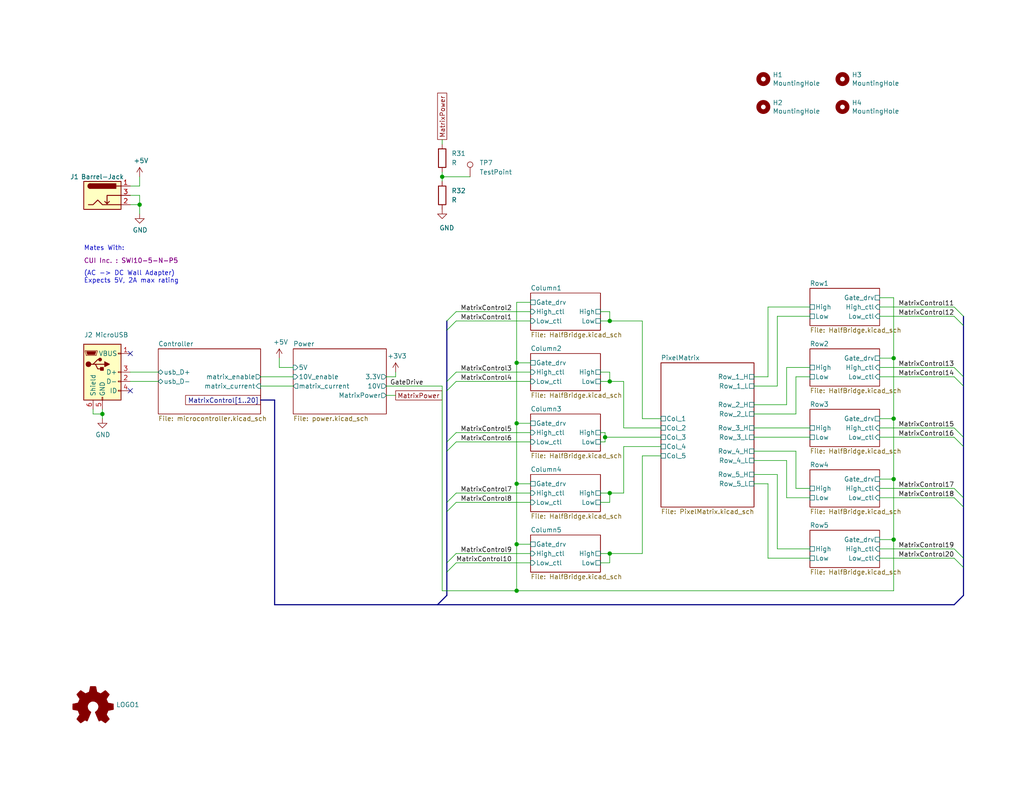
<source format=kicad_sch>
(kicad_sch (version 20201015) (generator eeschema)
  (page 1 14)
  (paper "A")
  (title_block (title "Flip Pixel Board") (date "2020-09-14") (rev "0.2"))
  (lib_symbols
    (symbol "Connector:TestPoint" (pin_numbers hide) (pin_names (offset 0.762) hide)
      (property "Reference" "TP" (at 0 6.858 0))
      (property "Value" "TestPoint" (at 0 5.08 0))
      (symbol "TestPoint_0_1"
        (circle (center 0 3.302) (radius 0.762))
      )
      (symbol "TestPoint_1_1"
        (pin passive line (at 0 0 90) (length 2.54) (name "1") (number "1"))
      )
    )
    (symbol "Custom-Symbols:Barrel-Jack" (pin_names (offset 1.016))
      (property "Reference" "J" (at 7.62 6.35 0))
      (property "Value" "Barrel-Jack" (at 0 6.35 0))
      (property "Mates With" "CUI Inc. : SWI10-5-N-P5" (at -2.54 21.59 0))
      (symbol "Barrel-Jack_1_1"
        (arc (start -3.302 3.175) (end -3.302 1.905) (radius (at -3.302 2.54) (length 0.635) (angles 90.1 -90.1)) (stroke (width 0.254)) (fill (type outline)))
        (arc (start -3.302 3.175) (end -3.302 1.905) (radius (at -3.302 2.54) (length 0.635) (angles 90.1 -90.1)) (stroke (width 0.254)))
        (rectangle (start -5.08 3.81) (end 5.08 -3.81) (stroke (width 0.254)) (fill (type background)))
        (rectangle (start 3.683 3.175) (end -3.302 1.905) (stroke (width 0.254)) (fill (type outline)))
        (polyline (pts (xy 1.27 -2.286) (xy 1.905 -1.651)) (stroke (width 0.254)))
        (polyline (pts (xy 5.08 2.54) (xy 3.81 2.54)) (stroke (width 0.254)))
        (polyline (pts (xy 5.08 0) (xy 1.27 0) (xy 1.27 -2.286) (xy 0.635 -1.651)) (stroke (width 0.254)))
        (polyline (pts (xy -3.81 -2.54) (xy -2.54 -2.54) (xy -1.27 -1.27) (xy 0 -2.54) (xy 2.54 -2.54) (xy 5.08 -2.54)) (stroke (width 0.254)))
        (pin passive line (at 7.62 2.54 180) (length 2.54) (name "~") (number "1"))
        (pin passive line (at 7.62 -2.54 180) (length 2.54) (name "~") (number "2"))
        (pin passive line (at 7.62 0 180) (length 2.54) (name "~") (number "3"))
      )
    )
    (symbol "Custom-Symbols:MicroUSB" (pin_names (offset 1.016))
      (property "Reference" "J" (at 5.08 11.43 0))
      (property "Value" "MicroUSB" (at -1.27 11.43 0))
      (symbol "MicroUSB_1_1"
        (circle (center -3.81 3.429) (radius 0.635) (stroke (width 0.254)) (fill (type outline)))
        (circle (center -0.635 4.699) (radius 0.381) (stroke (width 0.254)) (fill (type outline)))
        (rectangle (start -5.08 -6.35) (end 5.08 8.89) (stroke (width 0.254)) (fill (type background)))
        (rectangle (start -0.127 -6.35) (end 0.127 -5.588))
        (rectangle (start 0.254 2.54) (end -0.508 1.778) (stroke (width 0.254)) (fill (type outline)))
        (rectangle (start 5.08 -3.937) (end 4.318 -3.683))
        (rectangle (start 5.08 -1.397) (end 4.318 -1.143))
        (rectangle (start 5.08 1.143) (end 4.318 1.397))
        (rectangle (start 5.08 6.223) (end 4.318 6.477))
        (polyline (pts (xy -1.905 3.429) (xy 0.635 3.429)) (stroke (width 0.254)))
        (polyline (pts (xy -3.175 3.429) (xy -2.54 3.429) (xy -1.27 4.699) (xy -0.635 4.699)) (stroke (width 0.254)))
        (polyline (pts (xy -2.54 3.429) (xy -1.905 3.429) (xy -1.27 2.159) (xy 0 2.159)) (stroke (width 0.254)))
        (polyline (pts (xy 0.635 4.064) (xy 0.635 2.794) (xy 1.905 3.429) (xy 0.635 4.064)) (stroke (width 0.254)) (fill (type outline)))
        (polyline (pts (xy -4.318 6.858) (xy -1.778 6.858) (xy -2.032 6.096) (xy -4.064 6.096) (xy -4.318 6.858)) (fill (type outline)))
        (polyline (pts (xy -4.699 7.112) (xy -4.699 6.858) (xy -4.445 6.096) (xy -4.445 5.842) (xy -1.651 5.842) (xy -1.651 6.096) (xy -1.397 6.858) (xy -1.397 7.112) (xy -4.699 7.112)))
        (pin power_out line (at 7.62 6.35 180) (length 2.54) (name "VBUS") (number "1"))
        (pin passive line (at 7.62 -1.27 180) (length 2.54) (name "D-") (number "2"))
        (pin passive line (at 7.62 1.27 180) (length 2.54) (name "D+") (number "3"))
        (pin passive line (at 7.62 -3.81 180) (length 2.54) (name "ID") (number "4"))
        (pin power_out line (at 0 -8.89 90) (length 2.54) (name "GND") (number "5"))
        (pin passive line (at -2.54 -8.89 90) (length 2.54) (name "Shield") (number "6"))
      )
    )
    (symbol "Device:R" (pin_numbers hide) (pin_names (offset 0))
      (property "Reference" "R" (at 2.032 0 90))
      (property "Value" "R" (at 0 0 90))
      (symbol "R_0_1"
        (rectangle (start -1.016 -2.54) (end 1.016 2.54) (stroke (width 0.254)))
      )
      (symbol "R_1_1"
        (pin passive line (at 0 3.81 270) (length 1.27) (name "~") (number "1"))
        (pin passive line (at 0 -3.81 90) (length 1.27) (name "~") (number "2"))
      )
    )
    (symbol "Graphic:Logo_Open_Hardware_Small" (pin_names (offset 1.016))
      (symbol "Logo_Open_Hardware_Small_0_1"
        (polyline (pts (xy 3.3528 -4.3434) (xy 3.302 -4.318) (xy 3.175 -4.2418) (xy 2.9972 -4.1148) (xy 2.7686 -3.9624) (xy 2.54 -3.81) (xy 2.3622 -3.7084) (xy 2.2352 -3.6068) (xy 2.1844 -3.5814) (xy 2.159 -3.6068) (xy 2.0574 -3.6576) (xy 1.905 -3.7338) (xy 1.8034 -3.7846) (xy 1.6764 -3.8354) (xy 1.6002 -3.8354) (xy 1.6002 -3.8354) (xy 1.5494 -3.7338) (xy 1.4732 -3.5306) (xy 1.3462 -3.302) (xy 1.2446 -3.0226) (xy 1.1176 -2.7178) (xy 0.9652 -2.413) (xy 0.8636 -2.1082) (xy 0.7366 -1.8288) (xy 0.6604 -1.6256) (xy 0.6096 -1.4732) (xy 0.5842 -1.397) (xy 0.5842 -1.397) (xy 0.6604 -1.3208) (xy 0.7874 -1.2446) (xy 1.0414 -1.016) (xy 1.2954 -0.6858) (xy 1.4478 -0.3302) (xy 1.524 0.0762) (xy 1.4732 0.4572) (xy 1.3208 0.8128) (xy 1.0668 1.143) (xy 0.762 1.3716) (xy 0.4064 1.524) (xy 0 1.5748) (xy -0.381 1.5494) (xy -0.7366 1.397) (xy -1.0668 1.143) (xy -1.2192 0.9906) (xy -1.397 0.6604) (xy -1.524 0.3048) (xy -1.524 0.2286) (xy -1.4986 -0.1778) (xy -1.397 -0.5334) (xy -1.1938 -0.8636) (xy -0.9144 -1.143) (xy -0.8636 -1.1684) (xy -0.7366 -1.27) (xy -0.635 -1.3462) (xy -0.5842 -1.397) (xy -1.0668 -2.5908) (xy -1.143 -2.794) (xy -1.2954 -3.1242) (xy -1.397 -3.4036) (xy -1.4986 -3.6322) (xy -1.5748 -3.7846) (xy -1.6002 -3.8354) (xy -1.6002 -3.8354) (xy -1.651 -3.8354) (xy -1.7272 -3.81) (xy -1.905 -3.7338) (xy -2.0066 -3.683) (xy -2.1336 -3.6068) (xy -2.2098 -3.5814) (xy -2.2606 -3.6068) (xy -2.3622 -3.683) (xy -2.54 -3.81) (xy -2.7686 -3.9624) (xy -2.9718 -4.0894) (xy -3.1496 -4.2164) (xy -3.302 -4.318) (xy -3.3528 -4.3434) (xy -3.3782 -4.3434) (xy -3.429 -4.318) (xy -3.5306 -4.2164) (xy -3.7084 -4.064) (xy -3.937 -3.8354) (xy -3.9624 -3.81) (xy -4.1656 -3.6068) (xy -4.318 -3.4544) (xy -4.4196 -3.3274) (xy -4.445 -3.2766) (xy -4.445 -3.2766) (xy -4.4196 -3.2258) (xy -4.318 -3.0734) (xy -4.2164 -2.8956) (xy -4.064 -2.667) (xy -3.6576 -2.0828) (xy -3.8862 -1.5494) (xy -3.937 -1.3716) (xy -4.0386 -1.1684) (xy -4.0894 -1.0414) (xy -4.1148 -0.9652) (xy -4.191 -0.9398) (xy -4.318 -0.9144) (xy -4.5466 -0.8636) (xy -4.8006 -0.8128) (xy -5.0546 -0.7874) (xy -5.2578 -0.7366) (xy -5.4356 -0.7112) (xy -5.5118 -0.6858) (xy -5.5118 -0.6858) (xy -5.5372 -0.635) (xy -5.5372 -0.5588) (xy -5.5372 -0.4318) (xy -5.5626 -0.2286) (xy -5.5626 0.0762) (xy -5.5626 0.127) (xy -5.5372 0.4064) (xy -5.5372 0.635) (xy -5.5372 0.762) (xy -5.5372 0.8382) (xy -5.5372 0.8382) (xy -5.461 0.8382) (xy -5.3086 0.889) (xy -5.08 0.9144) (xy -4.826 0.9652) (xy -4.8006 0.9906) (xy -4.5466 1.0414) (xy -4.318 1.0668) (xy -4.1656 1.1176) (xy -4.0894 1.143) (xy -4.0894 1.143) (xy -4.0386 1.2446) (xy -3.9624 1.4224) (xy -3.8608 1.6256) (xy -3.7846 1.8288) (xy -3.7084 2.0066) (xy -3.6576 2.159) (xy -3.6322 2.2098) (xy -3.6322 2.2098) (xy -3.683 2.286) (xy -3.7592 2.413) (xy -3.8862 2.5908) (xy -4.064 2.8194) (xy -4.064 2.8448) (xy -4.2164 3.0734) (xy -4.3434 3.2512) (xy -4.4196 3.3782) (xy -4.445 3.4544) (xy -4.445 3.4544) (xy -4.3942 3.5052) (xy -4.2926 3.6322) (xy -4.1148 3.81) (xy -3.937 4.0132) (xy -3.8608 4.064) (xy -3.6576 4.2926) (xy -3.5052 4.4196) (xy -3.4036 4.4958) (xy -3.3528 4.5212) (xy -3.3528 4.5212) (xy -3.302 4.4704) (xy -3.1496 4.3688) (xy -2.9718 4.2418) (xy -2.7432 4.0894) (xy -2.7178 4.0894) (xy -2.4892 3.937) (xy -2.3114 3.81) (xy -2.1844 3.7084) (xy -2.1336 3.683) (xy -2.1082 3.683) (xy -2.032 3.7084) (xy -1.8542 3.7592) (xy -1.6764 3.8354) (xy -1.4732 3.937) (xy -1.27 4.0132) (xy -1.143 4.064) (xy -1.0668 4.1148) (xy -1.0668 4.1148) (xy -1.0414 4.191) (xy -1.016 4.3434) (xy -0.9652 4.572) (xy -0.9144 4.8514) (xy -0.889 4.9022) (xy -0.8382 5.1562) (xy -0.8128 5.3848) (xy -0.7874 5.5372) (xy -0.762 5.588) (xy -0.7112 5.6134) (xy -0.5842 5.6134) (xy -0.4064 5.6134) (xy -0.1524 5.6134) (xy 0.0762 5.6134) (xy 0.3302 5.6134) (xy 0.5334 5.6134) (xy 0.6858 5.588) (xy 0.7366 5.588) (xy 0.7366 5.588) (xy 0.762 5.5118) (xy 0.8128 5.334) (xy 0.8382 5.1054) (xy 0.9144 4.826) (xy 0.9144 4.7752) (xy 0.9652 4.5212) (xy 1.016 4.2926) (xy 1.0414 4.1402) (xy 1.0668 4.0894) (xy 1.0668 4.0894) (xy 1.1938 4.0386) (xy 1.3716 3.9624) (xy 1.5748 3.8608) (xy 2.0828 3.6576) (xy 2.7178 4.0894) (xy 2.7686 4.1402) (xy 2.9972 4.2926) (xy 3.175 4.4196) (xy 3.302 4.4958) (xy 3.3782 4.5212) (xy 3.3782 4.5212) (xy 3.429 4.4704) (xy 3.556 4.3434) (xy 3.7338 4.191) (xy 3.9116 3.9878) (xy 4.064 3.8354) (xy 4.2418 3.6576) (xy 4.3434 3.556) (xy 4.4196 3.4798) (xy 4.4196 3.429) (xy 4.4196 3.4036) (xy 4.3942 3.3274) (xy 4.2926 3.2004) (xy 4.1656 2.9972) (xy 4.0132 2.794) (xy 3.8862 2.5908) (xy 3.7592 2.3876) (xy 3.6576 2.2352) (xy 3.6322 2.159) (xy 3.6322 2.1336) (xy 3.683 2.0066) (xy 3.7592 1.8288) (xy 3.8608 1.6002) (xy 4.064 1.1176) (xy 4.3942 1.0414) (xy 4.5974 1.016) (xy 4.8768 0.9652) (xy 5.1308 0.9144) (xy 5.5372 0.8382) (xy 5.5626 -0.6604) (xy 5.4864 -0.6858) (xy 5.4356 -0.6858) (xy 5.2832 -0.7366) (xy 5.0546 -0.762) (xy 4.8006 -0.8128) (xy 4.5974 -0.8636) (xy 4.3688 -0.9144) (xy 4.2164 -0.9398) (xy 4.1402 -0.9398) (xy 4.1148 -0.9652) (xy 4.064 -1.0668) (xy 3.9878 -1.2446) (xy 3.9116 -1.4478) (xy 3.81 -1.651) (xy 3.7338 -1.8542) (xy 3.683 -2.0066) (xy 3.6576 -2.0828) (xy 3.683 -2.1336) (xy 3.7846 -2.2606) (xy 3.8862 -2.4638) (xy 4.0386 -2.667) (xy 4.191 -2.8956) (xy 4.318 -3.0734) (xy 4.3942 -3.2004) (xy 4.445 -3.2766) (xy 4.4196 -3.3274) (xy 4.3434 -3.429) (xy 4.1656 -3.5814) (xy 3.937 -3.8354) (xy 3.8862 -3.8608) (xy 3.683 -4.064) (xy 3.5306 -4.2164) (xy 3.4036 -4.318) (xy 3.3528 -4.3434)) (fill (type outline)))
      )
    )
    (symbol "Mechanical:MountingHole" (pin_names (offset 1.016))
      (property "Reference" "H" (at 0 5.08 0))
      (property "Value" "MountingHole" (at 0 3.175 0))
      (symbol "MountingHole_0_1"
        (circle (center 0 0) (radius 1.27) (stroke (width 1.27)))
      )
    )
    (symbol "power:+3.3V" (power) (pin_names (offset 0))
      (property "Value" "+3.3V" (at 0 3.556 0))
      (symbol "+3.3V_0_1"
        (polyline (pts (xy -0.762 1.27) (xy 0 2.54)))
        (polyline (pts (xy 0 0) (xy 0 2.54)))
        (polyline (pts (xy 0 2.54) (xy 0.762 1.27)))
      )
      (symbol "+3.3V_1_1"
        (pin power_in line (at 0 0 90) (length 0) hide (name "+3V3") (number "1"))
      )
    )
    (symbol "power:+5V" (power) (pin_names (offset 0))
      (property "Value" "+5V" (at 0 3.556 0))
      (symbol "+5V_0_1"
        (polyline (pts (xy -0.762 1.27) (xy 0 2.54)))
        (polyline (pts (xy 0 0) (xy 0 2.54)))
        (polyline (pts (xy 0 2.54) (xy 0.762 1.27)))
      )
      (symbol "+5V_1_1"
        (pin power_in line (at 0 0 90) (length 0) hide (name "+5V") (number "1"))
      )
    )
    (symbol "power:GND" (power) (pin_names (offset 0))
      (property "Value" "GND" (at 0 -3.81 0))
      (symbol "GND_0_1"
        (polyline (pts (xy 0 0) (xy 0 -1.27) (xy 1.27 -1.27) (xy 0 -2.54) (xy -1.27 -1.27) (xy 0 -1.27)))
      )
      (symbol "GND_1_1"
        (pin power_in line (at 0 0 270) (length 0) hide (name "GND") (number "1"))
      )
    )
  )
  (junction (at 27.94 113.03) (diameter 1.016))
  (junction (at 38.1 55.88) (diameter 1.016))
  (junction (at 120.65 48.26) (diameter 1.016))
  (junction (at 140.97 99.06) (diameter 1.016))
  (junction (at 140.97 115.57) (diameter 1.016))
  (junction (at 140.97 132.08) (diameter 1.016))
  (junction (at 140.97 148.59) (diameter 1.016))
  (junction (at 140.97 161.29) (diameter 1.016))
  (junction (at 165.1 119.38) (diameter 1.016))
  (junction (at 166.37 87.63) (diameter 1.016))
  (junction (at 166.37 104.14) (diameter 1.016))
  (junction (at 166.37 134.62) (diameter 1.016))
  (junction (at 166.37 151.13) (diameter 1.016))
  (junction (at 243.84 97.79) (diameter 1.016))
  (junction (at 243.84 114.3) (diameter 1.016))
  (junction (at 243.84 130.81) (diameter 1.016))
  (junction (at 243.84 147.32) (diameter 1.016))
  (no_connect (at 35.56 106.68))
  (no_connect (at 35.56 96.52))
  (bus_entry (at 124.46 85.09) (size -2.54 2.54) (stroke (width 0.1524)))
  (bus_entry (at 124.46 87.63) (size -2.54 2.54) (stroke (width 0.1524)))
  (bus_entry (at 124.46 101.6) (size -2.54 2.54) (stroke (width 0.1524)))
  (bus_entry (at 124.46 104.14) (size -2.54 2.54) (stroke (width 0.1524)))
  (bus_entry (at 124.46 118.11) (size -2.54 2.54) (stroke (width 0.1524)))
  (bus_entry (at 124.46 120.65) (size -2.54 2.54) (stroke (width 0.1524)))
  (bus_entry (at 124.46 134.62) (size -2.54 2.54) (stroke (width 0.1524)))
  (bus_entry (at 124.46 137.16) (size -2.54 2.54) (stroke (width 0.1524)))
  (bus_entry (at 124.46 151.13) (size -2.54 2.54) (stroke (width 0.1524)))
  (bus_entry (at 124.46 153.67) (size -2.54 2.54) (stroke (width 0.1524)))
  (bus_entry (at 260.35 83.82) (size 2.54 2.54) (stroke (width 0.1524)))
  (bus_entry (at 260.35 86.36) (size 2.54 2.54) (stroke (width 0.1524)))
  (bus_entry (at 260.35 100.33) (size 2.54 2.54) (stroke (width 0.1524)))
  (bus_entry (at 260.35 102.87) (size 2.54 2.54) (stroke (width 0.1524)))
  (bus_entry (at 260.35 116.84) (size 2.54 2.54) (stroke (width 0.1524)))
  (bus_entry (at 260.35 119.38) (size 2.54 2.54) (stroke (width 0.1524)))
  (bus_entry (at 260.35 133.35) (size 2.54 2.54) (stroke (width 0.1524)))
  (bus_entry (at 260.35 135.89) (size 2.54 2.54) (stroke (width 0.1524)))
  (bus_entry (at 260.35 149.86) (size 2.54 2.54) (stroke (width 0.1524)))
  (bus_entry (at 260.35 152.4) (size 2.54 2.54) (stroke (width 0.1524)))
  (wire (pts (xy 25.4 111.76) (xy 25.4 113.03)))
  (wire (pts (xy 25.4 113.03) (xy 27.94 113.03)))
  (wire (pts (xy 27.94 111.76) (xy 27.94 113.03)))
  (wire (pts (xy 27.94 113.03) (xy 27.94 114.3)))
  (wire (pts (xy 35.56 50.8) (xy 38.1 50.8)))
  (wire (pts (xy 35.56 53.34) (xy 38.1 53.34)))
  (wire (pts (xy 35.56 55.88) (xy 38.1 55.88)))
  (wire (pts (xy 35.56 101.6) (xy 43.18 101.6)))
  (wire (pts (xy 35.56 104.14) (xy 43.18 104.14)))
  (wire (pts (xy 38.1 50.8) (xy 38.1 48.26)))
  (wire (pts (xy 38.1 53.34) (xy 38.1 55.88)))
  (wire (pts (xy 38.1 55.88) (xy 38.1 58.42)))
  (wire (pts (xy 71.12 102.87) (xy 80.01 102.87)))
  (wire (pts (xy 71.12 105.41) (xy 80.01 105.41)))
  (wire (pts (xy 76.2 100.33) (xy 76.2 97.79)))
  (wire (pts (xy 80.01 100.33) (xy 76.2 100.33)))
  (wire (pts (xy 105.41 102.87) (xy 107.95 102.87)))
  (wire (pts (xy 105.41 105.41) (xy 120.65 105.41)))
  (wire (pts (xy 107.95 102.87) (xy 107.95 101.6)))
  (wire (pts (xy 107.95 107.95) (xy 105.41 107.95)))
  (wire (pts (xy 120.65 38.1) (xy 120.65 39.37)))
  (wire (pts (xy 120.65 46.99) (xy 120.65 48.26)))
  (wire (pts (xy 120.65 48.26) (xy 120.65 49.53)))
  (wire (pts (xy 120.65 48.26) (xy 128.27 48.26)))
  (wire (pts (xy 120.65 105.41) (xy 120.65 161.29)))
  (wire (pts (xy 120.65 161.29) (xy 140.97 161.29)))
  (wire (pts (xy 140.97 82.55) (xy 140.97 99.06)))
  (wire (pts (xy 140.97 99.06) (xy 140.97 115.57)))
  (wire (pts (xy 140.97 115.57) (xy 140.97 132.08)))
  (wire (pts (xy 140.97 132.08) (xy 140.97 148.59)))
  (wire (pts (xy 140.97 148.59) (xy 140.97 161.29)))
  (wire (pts (xy 144.78 82.55) (xy 140.97 82.55)))
  (wire (pts (xy 144.78 85.09) (xy 124.46 85.09)))
  (wire (pts (xy 144.78 87.63) (xy 124.46 87.63)))
  (wire (pts (xy 144.78 99.06) (xy 140.97 99.06)))
  (wire (pts (xy 144.78 101.6) (xy 124.46 101.6)))
  (wire (pts (xy 144.78 104.14) (xy 124.46 104.14)))
  (wire (pts (xy 144.78 115.57) (xy 140.97 115.57)))
  (wire (pts (xy 144.78 118.11) (xy 124.46 118.11)))
  (wire (pts (xy 144.78 120.65) (xy 124.46 120.65)))
  (wire (pts (xy 144.78 132.08) (xy 140.97 132.08)))
  (wire (pts (xy 144.78 134.62) (xy 124.46 134.62)))
  (wire (pts (xy 144.78 137.16) (xy 124.46 137.16)))
  (wire (pts (xy 144.78 148.59) (xy 140.97 148.59)))
  (wire (pts (xy 144.78 151.13) (xy 124.46 151.13)))
  (wire (pts (xy 144.78 153.67) (xy 124.46 153.67)))
  (wire (pts (xy 163.83 120.65) (xy 165.1 120.65)))
  (wire (pts (xy 163.83 134.62) (xy 166.37 134.62)))
  (wire (pts (xy 163.83 137.16) (xy 166.37 137.16)))
  (wire (pts (xy 163.83 153.67) (xy 166.37 153.67)))
  (wire (pts (xy 165.1 118.11) (xy 163.83 118.11)))
  (wire (pts (xy 165.1 119.38) (xy 165.1 118.11)))
  (wire (pts (xy 165.1 120.65) (xy 165.1 119.38)))
  (wire (pts (xy 166.37 85.09) (xy 163.83 85.09)))
  (wire (pts (xy 166.37 87.63) (xy 163.83 87.63)))
  (wire (pts (xy 166.37 87.63) (xy 166.37 85.09)))
  (wire (pts (xy 166.37 101.6) (xy 163.83 101.6)))
  (wire (pts (xy 166.37 104.14) (xy 163.83 104.14)))
  (wire (pts (xy 166.37 104.14) (xy 166.37 101.6)))
  (wire (pts (xy 166.37 134.62) (xy 170.18 134.62)))
  (wire (pts (xy 166.37 137.16) (xy 166.37 134.62)))
  (wire (pts (xy 166.37 151.13) (xy 163.83 151.13)))
  (wire (pts (xy 166.37 153.67) (xy 166.37 151.13)))
  (wire (pts (xy 170.18 104.14) (xy 166.37 104.14)))
  (wire (pts (xy 170.18 116.84) (xy 170.18 104.14)))
  (wire (pts (xy 170.18 121.92) (xy 180.34 121.92)))
  (wire (pts (xy 170.18 134.62) (xy 170.18 121.92)))
  (wire (pts (xy 175.26 87.63) (xy 166.37 87.63)))
  (wire (pts (xy 175.26 114.3) (xy 175.26 87.63)))
  (wire (pts (xy 175.26 124.46) (xy 175.26 151.13)))
  (wire (pts (xy 175.26 151.13) (xy 166.37 151.13)))
  (wire (pts (xy 180.34 114.3) (xy 175.26 114.3)))
  (wire (pts (xy 180.34 116.84) (xy 170.18 116.84)))
  (wire (pts (xy 180.34 119.38) (xy 165.1 119.38)))
  (wire (pts (xy 180.34 124.46) (xy 175.26 124.46)))
  (wire (pts (xy 205.74 102.87) (xy 209.55 102.87)))
  (wire (pts (xy 205.74 110.49) (xy 214.63 110.49)))
  (wire (pts (xy 205.74 116.84) (xy 220.98 116.84)))
  (wire (pts (xy 205.74 123.19) (xy 217.17 123.19)))
  (wire (pts (xy 205.74 132.08) (xy 209.55 132.08)))
  (wire (pts (xy 209.55 83.82) (xy 220.98 83.82)))
  (wire (pts (xy 209.55 102.87) (xy 209.55 83.82)))
  (wire (pts (xy 209.55 132.08) (xy 209.55 152.4)))
  (wire (pts (xy 209.55 152.4) (xy 220.98 152.4)))
  (wire (pts (xy 212.09 86.36) (xy 212.09 105.41)))
  (wire (pts (xy 212.09 105.41) (xy 205.74 105.41)))
  (wire (pts (xy 212.09 129.54) (xy 205.74 129.54)))
  (wire (pts (xy 212.09 149.86) (xy 212.09 129.54)))
  (wire (pts (xy 214.63 100.33) (xy 214.63 110.49)))
  (wire (pts (xy 214.63 100.33) (xy 220.98 100.33)))
  (wire (pts (xy 214.63 125.73) (xy 205.74 125.73)))
  (wire (pts (xy 214.63 135.89) (xy 214.63 125.73)))
  (wire (pts (xy 217.17 102.87) (xy 217.17 113.03)))
  (wire (pts (xy 217.17 113.03) (xy 205.74 113.03)))
  (wire (pts (xy 217.17 123.19) (xy 217.17 133.35)))
  (wire (pts (xy 217.17 133.35) (xy 220.98 133.35)))
  (wire (pts (xy 220.98 86.36) (xy 212.09 86.36)))
  (wire (pts (xy 220.98 102.87) (xy 217.17 102.87)))
  (wire (pts (xy 220.98 119.38) (xy 205.74 119.38)))
  (wire (pts (xy 220.98 135.89) (xy 214.63 135.89)))
  (wire (pts (xy 220.98 149.86) (xy 212.09 149.86)))
  (wire (pts (xy 240.03 81.28) (xy 243.84 81.28)))
  (wire (pts (xy 240.03 83.82) (xy 260.35 83.82)))
  (wire (pts (xy 240.03 86.36) (xy 260.35 86.36)))
  (wire (pts (xy 240.03 97.79) (xy 243.84 97.79)))
  (wire (pts (xy 240.03 100.33) (xy 260.35 100.33)))
  (wire (pts (xy 240.03 102.87) (xy 260.35 102.87)))
  (wire (pts (xy 240.03 114.3) (xy 243.84 114.3)))
  (wire (pts (xy 240.03 116.84) (xy 260.35 116.84)))
  (wire (pts (xy 240.03 119.38) (xy 260.35 119.38)))
  (wire (pts (xy 240.03 130.81) (xy 243.84 130.81)))
  (wire (pts (xy 240.03 133.35) (xy 260.35 133.35)))
  (wire (pts (xy 240.03 135.89) (xy 260.35 135.89)))
  (wire (pts (xy 240.03 147.32) (xy 243.84 147.32)))
  (wire (pts (xy 240.03 149.86) (xy 260.35 149.86)))
  (wire (pts (xy 240.03 152.4) (xy 260.35 152.4)))
  (wire (pts (xy 243.84 81.28) (xy 243.84 97.79)))
  (wire (pts (xy 243.84 97.79) (xy 243.84 114.3)))
  (wire (pts (xy 243.84 114.3) (xy 243.84 130.81)))
  (wire (pts (xy 243.84 130.81) (xy 243.84 147.32)))
  (wire (pts (xy 243.84 147.32) (xy 243.84 161.29)))
  (wire (pts (xy 243.84 161.29) (xy 140.97 161.29)))
  (bus (pts (xy 74.93 109.22) (xy 71.12 109.22)))
  (bus (pts (xy 74.93 109.22) (xy 74.93 165.1)))
  (bus (pts (xy 74.93 165.1) (xy 260.35 165.1)))
  (bus (pts (xy 121.92 87.63) (xy 121.92 90.17)))
  (bus (pts (xy 121.92 90.17) (xy 121.92 104.14)))
  (bus (pts (xy 121.92 104.14) (xy 121.92 106.68)))
  (bus (pts (xy 121.92 106.68) (xy 121.92 120.65)))
  (bus (pts (xy 121.92 120.65) (xy 121.92 123.19)))
  (bus (pts (xy 121.92 123.19) (xy 121.92 137.16)))
  (bus (pts (xy 121.92 137.16) (xy 121.92 139.7)))
  (bus (pts (xy 121.92 139.7) (xy 121.92 153.67)))
  (bus (pts (xy 121.92 153.67) (xy 121.92 156.21)))
  (bus (pts (xy 121.92 156.21) (xy 121.92 162.56)))
  (bus (pts (xy 121.92 162.56) (xy 119.38 165.1)))
  (bus (pts (xy 260.35 165.1) (xy 262.89 162.56)))
  (bus (pts (xy 262.89 86.36) (xy 262.89 88.9)))
  (bus (pts (xy 262.89 88.9) (xy 262.89 102.87)))
  (bus (pts (xy 262.89 102.87) (xy 262.89 105.41)))
  (bus (pts (xy 262.89 105.41) (xy 262.89 119.38)))
  (bus (pts (xy 262.89 119.38) (xy 262.89 121.92)))
  (bus (pts (xy 262.89 121.92) (xy 262.89 135.89)))
  (bus (pts (xy 262.89 135.89) (xy 262.89 138.43)))
  (bus (pts (xy 262.89 138.43) (xy 262.89 152.4)))
  (bus (pts (xy 262.89 152.4) (xy 262.89 154.94)))
  (bus (pts (xy 262.89 154.94) (xy 262.89 162.56)))
  (text "Mates With:" (at 22.86 68.58 0) (effects (font (size 1.27 1.27)) (justify left bottom)))
  (text "(AC -> DC Wall Adapter)\nExpects 5V, 2A max rating" (at 22.86 77.47 0) (effects (font (size 1.27 1.27)) (justify left bottom)))
  (label "GateDrive" (at 115.57 105.41 180))
  (label "MatrixControl2" (at 139.7 85.09 180))
  (label "MatrixControl1" (at 139.7 87.63 180))
  (label "MatrixControl3" (at 139.7 101.6 180))
  (label "MatrixControl4" (at 139.7 104.14 180))
  (label "MatrixControl5" (at 139.7 118.11 180))
  (label "MatrixControl6" (at 139.7 120.65 180))
  (label "MatrixControl7" (at 139.7 134.62 180))
  (label "MatrixControl8" (at 139.7 137.16 180))
  (label "MatrixControl9" (at 139.7 151.13 180))
  (label "MatrixControl10" (at 139.7 153.67 180))
  (label "MatrixControl11" (at 245.11 83.82 0))
  (label "MatrixControl12" (at 245.11 86.36 0))
  (label "MatrixControl13" (at 245.11 100.33 0))
  (label "MatrixControl14" (at 245.11 102.87 0))
  (label "MatrixControl15" (at 245.11 116.84 0))
  (label "MatrixControl16" (at 245.11 119.38 0))
  (label "MatrixControl17" (at 245.11 133.35 0))
  (label "MatrixControl18" (at 245.11 135.89 0))
  (label "MatrixControl19" (at 245.11 149.86 0))
  (label "MatrixControl20" (at 245.11 152.4 0))
  (global_label "MatrixControl[1..20]" (shape passive) (at 71.12 109.22 180))
  (global_label "MatrixPower" (shape passive) (at 107.95 107.95 0))
  (global_label "MatrixPower" (shape passive) (at 120.65 38.1 90))
  (symbol (lib_id "Connector:TestPoint") (at 128.27 48.26 0) (unit 1)
    (property "Reference" "TP7" (at 130.81 44.45 0) (effects (justify left)))
    (property "Value" "TestPoint" (at 130.81 46.99 0) (effects (justify left)))
    (property "Footprint" "TestPoint:TestPoint_Pad_D2.0mm" (effects hide))
  )
  (symbol (lib_id "power:+5V") (at 38.1 48.26 0) (unit 1)
    (property "Reference" "#PWR0101" (effects hide))
    (property "Value" "+5V" (at 38.481 43.8658 0))
  )
  (symbol (lib_id "power:+5V") (at 76.2 97.79 0) (unit 1)
    (property "Reference" "#PWR0103" (effects hide))
    (property "Value" "+5V" (at 76.581 93.3958 0))
  )
  (symbol (lib_id "power:+3.3V") (at 107.95 101.6 0) (unit 1)
    (property "Reference" "#PWR0104" (effects hide))
    (property "Value" "+3.3V" (at 108.331 97.2058 0))
  )
  (symbol (lib_id "power:GND") (at 27.94 114.3 0) (unit 1)
    (property "Reference" "#PWR0102" (effects hide))
    (property "Value" "GND" (at 28.067 118.6942 0))
  )
  (symbol (lib_id "power:GND") (at 38.1 58.42 0) (unit 1)
    (property "Reference" "#PWR037" (effects hide))
    (property "Value" "GND" (at 38.227 62.8142 0))
  )
  (symbol (lib_id "power:GND") (at 120.65 57.15 0) (unit 1)
    (property "Reference" "#PWR0146" (effects hide))
    (property "Value" "GND" (at 121.92 62.23 0))
  )
  (symbol (lib_id "Mechanical:MountingHole") (at 208.28 21.59 0) (unit 1)
    (property "Reference" "H1" (at 210.82 20.4216 0) (effects (justify left)))
    (property "Value" "MountingHole" (at 210.82 22.733 0) (effects (justify left)))
    (property "Footprint" "MountingHole:MountingHole_3mm" (effects hide))
  )
  (symbol (lib_id "Mechanical:MountingHole") (at 208.28 29.21 0) (unit 1)
    (property "Reference" "H2" (at 210.82 28.0416 0) (effects (justify left)))
    (property "Value" "MountingHole" (at 210.82 30.353 0) (effects (justify left)))
    (property "Footprint" "MountingHole:MountingHole_3mm" (effects hide))
  )
  (symbol (lib_id "Mechanical:MountingHole") (at 229.87 21.59 0) (unit 1)
    (property "Reference" "H3" (at 232.41 20.4216 0) (effects (justify left)))
    (property "Value" "MountingHole" (at 232.41 22.733 0) (effects (justify left)))
    (property "Footprint" "MountingHole:MountingHole_3mm" (effects hide))
  )
  (symbol (lib_id "Mechanical:MountingHole") (at 229.87 29.21 0) (unit 1)
    (property "Reference" "H4" (at 232.41 28.0416 0) (effects (justify left)))
    (property "Value" "MountingHole" (at 232.41 30.353 0) (effects (justify left)))
    (property "Footprint" "MountingHole:MountingHole_3mm" (effects hide))
  )
  (symbol (lib_id "Device:R") (at 120.65 43.18 0) (unit 1)
    (property "Reference" "R31" (at 123.19 41.91 0) (effects (justify left)))
    (property "Value" "R" (at 123.19 44.45 0) (effects (justify left)))
    (property "Footprint" "Resistor_SMD:R_0805_2012Metric" (effects hide))
  )
  (symbol (lib_id "Device:R") (at 120.65 53.34 0) (unit 1)
    (property "Reference" "R32" (at 123.19 52.07 0) (effects (justify left)))
    (property "Value" "R" (at 123.19 54.61 0) (effects (justify left)))
    (property "Footprint" "Resistor_SMD:R_0805_2012Metric" (effects hide))
  )
  (symbol (lib_id "Custom-Symbols:Barrel-Jack") (at 27.94 53.34 0) (unit 1)
    (property "Reference" "J1" (at 20.32 48.26 0))
    (property "Value" "Barrel-Jack" (at 27.94 48.26 0))
    (property "Footprint" "Connector_BarrelJack:BarrelJack_Horizontal" (effects hide))
    (property "Datasheet" "https://www.cuidevices.com/product/resource/pj-102b.pdf" (effects hide))
    (property "Vendor" "Digikey" (effects hide))
    (property "Vendor Part" "CP-102B-ND" (effects hide))
    (property "Manufacturer" "CUI Devices" (effects hide))
    (property "Manufacturer Part" "CONN PWR JACK 2.5X5.5MM SOLDER" (effects hide))
    (property "Mates With" "CUI Inc. : SWI10-5-N-P5" (at 22.86 71.12 0) (effects (justify left)))
  )
  (symbol (lib_id "Graphic:Logo_Open_Hardware_Small") (at 25.4 193.04 0) (unit 1)
    (property "Reference" "LOGO1" (at 31.6738 192.405 0) (effects (justify left)))
    (property "Value" "Logo_Open_Hardware_Small" (effects hide))
    (property "Footprint" "Symbol:OSHW-Logo2_9.8x8mm_SilkScreen" (effects hide))
  )
  (symbol (lib_id "Custom-Symbols:MicroUSB") (at 27.94 102.87 0) (unit 1)
    (property "Reference" "J2" (at 24.13 91.44 0))
    (property "Value" "MicroUSB" (at 30.48 91.44 0))
    (property "Footprint" "Custom-Footprints:USB_Micro-B_Amphenol_10104110_Horizontal" (effects hide))
    (property "Datasheet" "https://www.amphenol-icc.com/media/wysiwyg/files/drawing/10118192.pdf" (effects hide))
    (property "Vendor" "Digikey" (effects hide))
    (property "Vendor Part" "609-5379-1-ND" (effects hide))
    (property "Manufacturer" "Amphenol ICC (FCI)" (effects hide))
    (property "Manufacture Part" "10118192-0002LF" (effects hide))
  )
  (sheet (at 144.78 80.01) (size 19.05 10.16)
    (property "Sheet name" "Column1" (at 144.78 79.3745 0) (effects (justify left bottom)))
    (property "Sheet file" "HalfBridge.kicad_sch" (at 144.78 90.6785 0) (effects (justify left top)))
    (pin "High_ctl" input (at 144.78 85.09 180))
    (pin "Low_ctl" input (at 144.78 87.63 180))
    (pin "High" passive (at 163.83 85.09 0))
    (pin "Low" passive (at 163.83 87.63 0))
    (pin "Gate_drv" passive (at 144.78 82.55 180))
  )
  (sheet (at 144.78 96.52) (size 19.05 10.16)
    (property "Sheet name" "Column2" (at 144.78 95.8845 0) (effects (justify left bottom)))
    (property "Sheet file" "HalfBridge.kicad_sch" (at 144.78 107.1885 0) (effects (justify left top)))
    (pin "High_ctl" input (at 144.78 101.6 180))
    (pin "Low_ctl" input (at 144.78 104.14 180))
    (pin "High" passive (at 163.83 101.6 0))
    (pin "Low" passive (at 163.83 104.14 0))
    (pin "Gate_drv" passive (at 144.78 99.06 180))
  )
  (sheet (at 144.78 113.03) (size 19.05 10.16)
    (property "Sheet name" "Column3" (at 144.78 112.3945 0) (effects (justify left bottom)))
    (property "Sheet file" "HalfBridge.kicad_sch" (at 144.78 123.6985 0) (effects (justify left top)))
    (pin "High_ctl" input (at 144.78 118.11 180))
    (pin "Low_ctl" input (at 144.78 120.65 180))
    (pin "High" passive (at 163.83 118.11 0))
    (pin "Low" passive (at 163.83 120.65 0))
    (pin "Gate_drv" passive (at 144.78 115.57 180))
  )
  (sheet (at 144.78 129.54) (size 19.05 10.16)
    (property "Sheet name" "Column4" (at 144.78 128.9045 0) (effects (justify left bottom)))
    (property "Sheet file" "HalfBridge.kicad_sch" (at 144.78 140.2085 0) (effects (justify left top)))
    (pin "High_ctl" input (at 144.78 134.62 180))
    (pin "Low_ctl" input (at 144.78 137.16 180))
    (pin "High" passive (at 163.83 134.62 0))
    (pin "Low" passive (at 163.83 137.16 0))
    (pin "Gate_drv" passive (at 144.78 132.08 180))
  )
  (sheet (at 144.78 146.05) (size 19.05 10.16)
    (property "Sheet name" "Column5" (at 144.78 145.4145 0) (effects (justify left bottom)))
    (property "Sheet file" "HalfBridge.kicad_sch" (at 144.78 156.7185 0) (effects (justify left top)))
    (pin "High_ctl" input (at 144.78 151.13 180))
    (pin "Low_ctl" input (at 144.78 153.67 180))
    (pin "High" passive (at 163.83 151.13 0))
    (pin "Low" passive (at 163.83 153.67 0))
    (pin "Gate_drv" passive (at 144.78 148.59 180))
  )
  (sheet (at 43.18 95.25) (size 27.94 17.78)
    (property "Sheet name" "Controller" (at 43.18 94.6145 0) (effects (justify left bottom)))
    (property "Sheet file" "microcontroller.kicad_sch" (at 43.18 113.5385 0) (effects (justify left top)))
    (pin "matrix_enable" output (at 71.12 102.87 0))
    (pin "matrix_current" input (at 71.12 105.41 0))
    (pin "usb_D+" bidirectional (at 43.18 101.6 180))
    (pin "usb_D-" bidirectional (at 43.18 104.14 180))
  )
  (sheet (at 180.34 99.06) (size 25.4 39.37)
    (property "Sheet name" "PixelMatrix" (at 180.34 98.4245 0) (effects (justify left bottom)))
    (property "Sheet file" "PixelMatrix.kicad_sch" (at 180.34 138.9385 0) (effects (justify left top)))
    (pin "Row_1_H" passive (at 205.74 102.87 0))
    (pin "Row_1_L" passive (at 205.74 105.41 0))
    (pin "Row_2_H" passive (at 205.74 110.49 0))
    (pin "Row_2_L" passive (at 205.74 113.03 0))
    (pin "Row_3_H" passive (at 205.74 116.84 0))
    (pin "Row_3_L" passive (at 205.74 119.38 0))
    (pin "Row_4_H" passive (at 205.74 123.19 0))
    (pin "Row_4_L" passive (at 205.74 125.73 0))
    (pin "Row_5_H" passive (at 205.74 129.54 0))
    (pin "Row_5_L" passive (at 205.74 132.08 0))
    (pin "Col_1" passive (at 180.34 114.3 180))
    (pin "Col_2" passive (at 180.34 116.84 180))
    (pin "Col_3" passive (at 180.34 119.38 180))
    (pin "Col_4" passive (at 180.34 121.92 180))
    (pin "Col_5" passive (at 180.34 124.46 180))
  )
  (sheet (at 80.01 95.25) (size 25.4 17.78)
    (property "Sheet name" "Power" (at 80.01 94.6145 0) (effects (justify left bottom)))
    (property "Sheet file" "power.kicad_sch" (at 80.01 113.5385 0) (effects (justify left top)))
    (pin "5V" input (at 80.01 100.33 180))
    (pin "3.3V" output (at 105.41 102.87 0))
    (pin "10V" output (at 105.41 105.41 0))
    (pin "10V_enable" input (at 80.01 102.87 180))
    (pin "matrix_current" output (at 80.01 105.41 180))
    (pin "MatrixPower" output (at 105.41 107.95 0))
  )
  (sheet (at 220.98 78.74) (size 19.05 10.16)
    (property "Sheet name" "Row1" (at 220.98 78.1045 0) (effects (justify left bottom)))
    (property "Sheet file" "HalfBridge.kicad_sch" (at 220.98 89.4085 0) (effects (justify left top)))
    (pin "High_ctl" input (at 240.03 83.82 0))
    (pin "Low_ctl" input (at 240.03 86.36 0))
    (pin "High" passive (at 220.98 83.82 180))
    (pin "Low" passive (at 220.98 86.36 180))
    (pin "Gate_drv" passive (at 240.03 81.28 0))
  )
  (sheet (at 220.98 95.25) (size 19.05 10.16)
    (property "Sheet name" "Row2" (at 220.98 94.6145 0) (effects (justify left bottom)))
    (property "Sheet file" "HalfBridge.kicad_sch" (at 220.98 105.9185 0) (effects (justify left top)))
    (pin "High_ctl" input (at 240.03 100.33 0))
    (pin "Low_ctl" input (at 240.03 102.87 0))
    (pin "High" passive (at 220.98 100.33 180))
    (pin "Low" passive (at 220.98 102.87 180))
    (pin "Gate_drv" passive (at 240.03 97.79 0))
  )
  (sheet (at 220.98 111.76) (size 19.05 10.16)
    (property "Sheet name" "Row3" (at 220.98 111.1245 0) (effects (justify left bottom)))
    (property "Sheet file" "HalfBridge.kicad_sch" (at 220.98 122.4285 0) (effects (justify left top)))
    (pin "High_ctl" input (at 240.03 116.84 0))
    (pin "Low_ctl" input (at 240.03 119.38 0))
    (pin "High" passive (at 220.98 116.84 180))
    (pin "Low" passive (at 220.98 119.38 180))
    (pin "Gate_drv" passive (at 240.03 114.3 0))
  )
  (sheet (at 220.98 128.27) (size 19.05 10.16)
    (property "Sheet name" "Row4" (at 220.98 127.6345 0) (effects (justify left bottom)))
    (property "Sheet file" "HalfBridge.kicad_sch" (at 220.98 138.9385 0) (effects (justify left top)))
    (pin "High_ctl" input (at 240.03 133.35 0))
    (pin "Low_ctl" input (at 240.03 135.89 0))
    (pin "High" passive (at 220.98 133.35 180))
    (pin "Low" passive (at 220.98 135.89 180))
    (pin "Gate_drv" passive (at 240.03 130.81 0))
  )
  (sheet (at 220.98 144.78) (size 19.05 10.16)
    (property "Sheet name" "Row5" (at 220.98 144.1445 0) (effects (justify left bottom)))
    (property "Sheet file" "HalfBridge.kicad_sch" (at 220.98 155.4485 0) (effects (justify left top)))
    (pin "High_ctl" input (at 240.03 149.86 0))
    (pin "Low_ctl" input (at 240.03 152.4 0))
    (pin "High" passive (at 220.98 149.86 180))
    (pin "Low" passive (at 220.98 152.4 180))
    (pin "Gate_drv" passive (at 240.03 147.32 0))
  )
)
</source>
